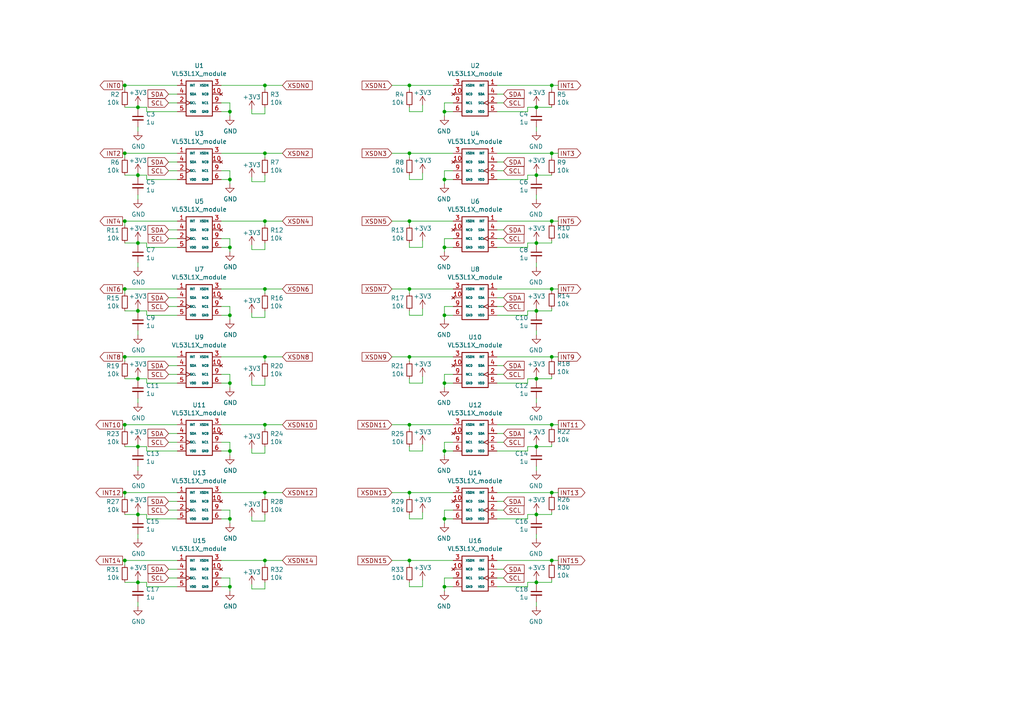
<source format=kicad_sch>
(kicad_sch (version 20211123) (generator eeschema)
  (paper "A4")
  (junction (at 36.195 44.45))
  (junction (at 118.745 162.56))
  (junction (at 40.005 168.91))
  (junction (at 66.675 91.44))
  (junction (at 40.005 31.115))
  (junction (at 66.675 130.81))
  (junction (at 118.745 24.765))
  (junction (at 66.675 111.125))
  (junction (at 36.195 162.56))
  (junction (at 160.02 123.19))
  (junction (at 128.905 32.385))
  (junction (at 40.005 90.17))
  (junction (at 66.675 32.385))
  (junction (at 160.02 64.135))
  (junction (at 76.835 142.875))
  (junction (at 128.905 71.755))
  (junction (at 36.195 123.19))
  (junction (at 155.575 70.485))
  (junction (at 128.905 170.18))
  (junction (at 128.905 150.495))
  (junction (at 118.745 64.135))
  (junction (at 118.745 123.19))
  (junction (at 128.905 111.125))
  (junction (at 66.675 71.755))
  (junction (at 36.195 24.765))
  (junction (at 76.835 103.505))
  (junction (at 66.675 52.07))
  (junction (at 160.02 142.875))
  (junction (at 76.835 123.19))
  (junction (at 76.835 44.45))
  (junction (at 155.575 90.17))
  (junction (at 118.745 103.505))
  (junction (at 118.745 44.45))
  (junction (at 118.745 142.875))
  (junction (at 155.575 168.91))
  (junction (at 155.575 149.225))
  (junction (at 160.02 24.765))
  (junction (at 160.02 103.505))
  (junction (at 160.02 162.56))
  (junction (at 160.02 83.82))
  (junction (at 36.195 103.505))
  (junction (at 118.745 83.82))
  (junction (at 40.005 149.225))
  (junction (at 128.905 91.44))
  (junction (at 128.905 52.07))
  (junction (at 40.005 50.8))
  (junction (at 36.195 83.82))
  (junction (at 36.195 64.135))
  (junction (at 155.575 129.54))
  (junction (at 40.005 70.485))
  (junction (at 155.575 50.8))
  (junction (at 36.195 142.875))
  (junction (at 155.575 31.115))
  (junction (at 66.675 150.495))
  (junction (at 40.005 129.54))
  (junction (at 76.835 24.765))
  (junction (at 155.575 109.855))
  (junction (at 160.02 44.45))
  (junction (at 76.835 64.135))
  (junction (at 128.905 130.81))
  (junction (at 66.675 170.18))
  (junction (at 76.835 162.56))
  (junction (at 76.835 83.82))
  (junction (at 40.005 109.855))
  (wire (pts (xy 51.435 88.9) (xy 48.895 88.9)))
  (wire (pts (xy 66.675 29.845) (xy 66.675 32.385)))
  (wire (pts (xy 118.745 130.81) (xy 122.555 130.81)))
  (wire (pts (xy 48.895 27.305) (xy 51.435 27.305)))
  (wire (pts (xy 131.445 88.9) (xy 128.905 88.9)))
  (wire (pts (xy 155.575 168.91) (xy 155.575 169.545)))
  (wire (pts (xy 118.745 90.17) (xy 118.745 91.44)))
  (wire (pts (xy 64.135 64.135) (xy 76.835 64.135)))
  (wire (pts (xy 40.005 50.8) (xy 42.545 50.8)))
  (wire (pts (xy 48.895 108.585) (xy 51.435 108.585)))
  (wire (pts (xy 48.895 46.99) (xy 51.435 46.99)))
  (wire (pts (xy 64.135 147.955) (xy 66.675 147.955)))
  (wire (pts (xy 76.835 44.45) (xy 81.915 44.45)))
  (wire (pts (xy 144.145 27.305) (xy 146.05 27.305)))
  (wire (pts (xy 40.005 90.17) (xy 40.005 90.805)))
  (wire (pts (xy 144.145 147.955) (xy 146.05 147.955)))
  (wire (pts (xy 122.555 71.755) (xy 122.555 69.85)))
  (wire (pts (xy 131.445 52.07) (xy 128.905 52.07)))
  (wire (pts (xy 128.905 167.64) (xy 128.905 170.18)))
  (wire (pts (xy 40.005 149.225) (xy 42.545 149.225)))
  (wire (pts (xy 131.445 29.845) (xy 128.905 29.845)))
  (wire (pts (xy 144.145 83.82) (xy 160.02 83.82)))
  (wire (pts (xy 64.135 128.27) (xy 66.675 128.27)))
  (wire (pts (xy 35.56 44.45) (xy 36.195 44.45)))
  (wire (pts (xy 66.675 52.07) (xy 66.675 53.34)))
  (wire (pts (xy 35.56 162.56) (xy 36.195 162.56)))
  (wire (pts (xy 131.445 170.18) (xy 128.905 170.18)))
  (wire (pts (xy 40.005 129.54) (xy 40.005 130.175)))
  (wire (pts (xy 128.905 128.27) (xy 128.905 130.81)))
  (wire (pts (xy 144.145 69.215) (xy 146.05 69.215)))
  (wire (pts (xy 160.02 24.765) (xy 161.925 24.765)))
  (wire (pts (xy 131.445 91.44) (xy 128.905 91.44)))
  (wire (pts (xy 153.035 91.44) (xy 144.145 91.44)))
  (wire (pts (xy 155.575 57.785) (xy 155.575 56.515)))
  (wire (pts (xy 64.135 52.07) (xy 66.675 52.07)))
  (wire (pts (xy 36.195 65.405) (xy 36.195 64.135)))
  (wire (pts (xy 76.835 26.035) (xy 76.835 24.765)))
  (wire (pts (xy 160.02 143.51) (xy 160.02 142.875)))
  (wire (pts (xy 118.745 71.755) (xy 122.555 71.755)))
  (wire (pts (xy 76.835 123.19) (xy 81.915 123.19)))
  (wire (pts (xy 155.575 109.855) (xy 153.035 109.855)))
  (wire (pts (xy 155.575 31.115) (xy 155.575 31.75)))
  (wire (pts (xy 155.575 129.54) (xy 153.035 129.54)))
  (wire (pts (xy 73.025 92.075) (xy 76.835 92.075)))
  (wire (pts (xy 36.195 83.82) (xy 35.56 83.82)))
  (wire (pts (xy 160.02 142.875) (xy 144.145 142.875)))
  (wire (pts (xy 131.445 83.82) (xy 118.745 83.82)))
  (wire (pts (xy 128.905 170.18) (xy 128.905 171.45)))
  (wire (pts (xy 146.05 145.415) (xy 144.145 145.415)))
  (wire (pts (xy 36.195 70.485) (xy 40.005 70.485)))
  (wire (pts (xy 118.745 103.505) (xy 113.665 103.505)))
  (wire (pts (xy 42.545 168.91) (xy 42.545 170.18)))
  (wire (pts (xy 73.025 90.805) (xy 73.025 92.075)))
  (wire (pts (xy 64.135 130.81) (xy 66.675 130.81)))
  (wire (pts (xy 36.195 142.875) (xy 51.435 142.875)))
  (wire (pts (xy 36.195 45.72) (xy 36.195 44.45)))
  (wire (pts (xy 42.545 90.17) (xy 42.545 91.44)))
  (wire (pts (xy 155.575 149.225) (xy 153.035 149.225)))
  (wire (pts (xy 48.895 49.53) (xy 51.435 49.53)))
  (wire (pts (xy 128.905 32.385) (xy 128.905 33.655)))
  (wire (pts (xy 160.02 64.135) (xy 144.145 64.135)))
  (wire (pts (xy 40.005 109.855) (xy 40.005 110.49)))
  (wire (pts (xy 42.545 170.18) (xy 51.435 170.18)))
  (wire (pts (xy 40.005 50.8) (xy 40.005 51.435)))
  (wire (pts (xy 66.675 130.81) (xy 66.675 132.08)))
  (wire (pts (xy 131.445 147.955) (xy 128.905 147.955)))
  (wire (pts (xy 155.575 175.895) (xy 155.575 174.625)))
  (wire (pts (xy 51.435 167.64) (xy 48.895 167.64)))
  (wire (pts (xy 40.005 50.165) (xy 40.005 50.8)))
  (wire (pts (xy 66.675 111.125) (xy 66.675 112.395)))
  (wire (pts (xy 155.575 69.85) (xy 155.575 70.485)))
  (wire (pts (xy 40.005 77.47) (xy 40.005 76.2)))
  (wire (pts (xy 153.035 50.8) (xy 153.035 52.07)))
  (wire (pts (xy 153.035 149.225) (xy 153.035 150.495)))
  (wire (pts (xy 153.035 90.17) (xy 153.035 91.44)))
  (wire (pts (xy 64.135 71.755) (xy 66.675 71.755)))
  (wire (pts (xy 51.435 83.82) (xy 36.195 83.82)))
  (wire (pts (xy 146.05 125.73) (xy 144.145 125.73)))
  (wire (pts (xy 64.135 69.215) (xy 66.675 69.215)))
  (wire (pts (xy 131.445 123.19) (xy 118.745 123.19)))
  (wire (pts (xy 160.02 103.505) (xy 144.145 103.505)))
  (wire (pts (xy 128.905 108.585) (xy 128.905 111.125)))
  (wire (pts (xy 146.05 165.1) (xy 144.145 165.1)))
  (wire (pts (xy 155.575 149.225) (xy 155.575 149.86)))
  (wire (pts (xy 118.745 91.44) (xy 122.555 91.44)))
  (wire (pts (xy 144.145 49.53) (xy 146.05 49.53)))
  (wire (pts (xy 36.195 144.145) (xy 36.195 142.875)))
  (wire (pts (xy 40.005 168.91) (xy 40.005 169.545)))
  (wire (pts (xy 76.835 162.56) (xy 76.835 163.83)))
  (wire (pts (xy 131.445 103.505) (xy 118.745 103.505)))
  (wire (pts (xy 73.025 110.49) (xy 73.025 111.76)))
  (wire (pts (xy 153.035 109.855) (xy 153.035 111.125)))
  (wire (pts (xy 155.575 116.84) (xy 155.575 115.57)))
  (wire (pts (xy 66.675 49.53) (xy 66.675 52.07)))
  (wire (pts (xy 131.445 130.81) (xy 128.905 130.81)))
  (wire (pts (xy 155.575 90.17) (xy 160.02 90.17)))
  (wire (pts (xy 144.145 123.19) (xy 160.02 123.19)))
  (wire (pts (xy 155.575 109.22) (xy 155.575 109.855)))
  (wire (pts (xy 155.575 90.17) (xy 153.035 90.17)))
  (wire (pts (xy 118.745 129.54) (xy 118.745 130.81)))
  (wire (pts (xy 128.905 147.955) (xy 128.905 150.495)))
  (wire (pts (xy 40.005 90.17) (xy 42.545 90.17)))
  (wire (pts (xy 118.745 149.225) (xy 118.745 150.495)))
  (wire (pts (xy 36.195 103.505) (xy 51.435 103.505)))
  (wire (pts (xy 66.675 170.18) (xy 66.675 171.45)))
  (wire (pts (xy 155.575 97.155) (xy 155.575 95.885)))
  (wire (pts (xy 42.545 50.8) (xy 42.545 52.07)))
  (wire (pts (xy 42.545 52.07) (xy 51.435 52.07)))
  (wire (pts (xy 73.025 169.545) (xy 73.025 170.815)))
  (wire (pts (xy 51.435 106.045) (xy 48.895 106.045)))
  (wire (pts (xy 155.575 109.855) (xy 160.02 109.855)))
  (wire (pts (xy 73.025 111.76) (xy 76.835 111.76)))
  (wire (pts (xy 42.545 71.755) (xy 51.435 71.755)))
  (wire (pts (xy 118.745 142.875) (xy 113.665 142.875)))
  (wire (pts (xy 155.575 168.275) (xy 155.575 168.91)))
  (wire (pts (xy 128.905 88.9) (xy 128.905 91.44)))
  (wire (pts (xy 128.905 71.755) (xy 128.905 73.025)))
  (wire (pts (xy 42.545 31.115) (xy 42.545 32.385)))
  (wire (pts (xy 128.905 91.44) (xy 128.905 92.71)))
  (wire (pts (xy 40.005 129.54) (xy 42.545 129.54)))
  (wire (pts (xy 155.575 50.8) (xy 155.575 51.435)))
  (wire (pts (xy 131.445 49.53) (xy 128.905 49.53)))
  (wire (pts (xy 35.56 123.19) (xy 36.195 123.19)))
  (wire (pts (xy 73.025 170.815) (xy 76.835 170.815)))
  (wire (pts (xy 161.925 103.505) (xy 160.02 103.505)))
  (wire (pts (xy 128.905 130.81) (xy 128.905 132.08)))
  (wire (pts (xy 73.025 130.175) (xy 73.025 131.445)))
  (wire (pts (xy 73.025 51.435) (xy 73.025 52.705)))
  (wire (pts (xy 118.745 83.82) (xy 118.745 85.09)))
  (wire (pts (xy 113.665 24.765) (xy 118.745 24.765)))
  (wire (pts (xy 160.02 123.19) (xy 161.925 123.19)))
  (wire (pts (xy 160.02 109.855) (xy 160.02 109.22)))
  (wire (pts (xy 144.145 128.27) (xy 146.05 128.27)))
  (wire (pts (xy 40.005 38.1) (xy 40.005 36.83)))
  (wire (pts (xy 36.195 168.91) (xy 40.005 168.91)))
  (wire (pts (xy 155.575 50.8) (xy 153.035 50.8)))
  (wire (pts (xy 155.575 109.855) (xy 155.575 110.49)))
  (wire (pts (xy 76.835 151.13) (xy 76.835 149.225)))
  (wire (pts (xy 144.145 24.765) (xy 160.02 24.765)))
  (wire (pts (xy 36.195 162.56) (xy 51.435 162.56)))
  (wire (pts (xy 122.555 111.125) (xy 122.555 109.22)))
  (wire (pts (xy 64.135 24.765) (xy 76.835 24.765)))
  (wire (pts (xy 76.835 142.875) (xy 76.835 144.145)))
  (wire (pts (xy 73.025 131.445) (xy 76.835 131.445)))
  (wire (pts (xy 118.745 83.82) (xy 113.665 83.82)))
  (wire (pts (xy 118.745 162.56) (xy 118.745 163.83)))
  (wire (pts (xy 40.005 116.84) (xy 40.005 115.57)))
  (wire (pts (xy 40.005 148.59) (xy 40.005 149.225)))
  (wire (pts (xy 42.545 129.54) (xy 42.545 130.81)))
  (wire (pts (xy 153.035 150.495) (xy 144.145 150.495)))
  (wire (pts (xy 128.905 69.215) (xy 128.905 71.755)))
  (wire (pts (xy 76.835 170.815) (xy 76.835 168.91)))
  (wire (pts (xy 48.895 128.27) (xy 51.435 128.27)))
  (wire (pts (xy 155.575 50.165) (xy 155.575 50.8)))
  (wire (pts (xy 42.545 149.225) (xy 42.545 150.495)))
  (wire (pts (xy 155.575 168.91) (xy 153.035 168.91)))
  (wire (pts (xy 40.005 168.275) (xy 40.005 168.91)))
  (wire (pts (xy 155.575 90.17) (xy 155.575 90.805)))
  (wire (pts (xy 118.745 32.385) (xy 122.555 32.385)))
  (wire (pts (xy 153.035 71.755) (xy 144.145 71.755)))
  (wire (pts (xy 131.445 44.45) (xy 118.745 44.45)))
  (wire (pts (xy 146.05 86.36) (xy 144.145 86.36)))
  (wire (pts (xy 155.575 168.91) (xy 160.02 168.91)))
  (wire (pts (xy 155.575 38.1) (xy 155.575 36.83)))
  (wire (pts (xy 76.835 111.76) (xy 76.835 109.855)))
  (wire (pts (xy 40.005 168.91) (xy 42.545 168.91)))
  (wire (pts (xy 66.675 150.495) (xy 66.675 151.765)))
  (wire (pts (xy 146.05 46.99) (xy 144.145 46.99)))
  (wire (pts (xy 40.005 97.155) (xy 40.005 95.885)))
  (wire (pts (xy 160.02 163.195) (xy 160.02 162.56)))
  (wire (pts (xy 131.445 69.215) (xy 128.905 69.215)))
  (wire (pts (xy 76.835 33.02) (xy 76.835 31.115)))
  (wire (pts (xy 128.905 111.125) (xy 128.905 112.395)))
  (wire (pts (xy 118.745 64.135) (xy 131.445 64.135)))
  (wire (pts (xy 128.905 49.53) (xy 128.905 52.07)))
  (wire (pts (xy 40.005 31.115) (xy 40.005 31.75)))
  (wire (pts (xy 36.195 123.19) (xy 51.435 123.19)))
  (wire (pts (xy 40.005 149.225) (xy 40.005 149.86)))
  (wire (pts (xy 51.435 147.955) (xy 48.895 147.955)))
  (wire (pts (xy 155.575 89.535) (xy 155.575 90.17)))
  (wire (pts (xy 155.575 129.54) (xy 155.575 130.175)))
  (wire (pts (xy 73.025 52.705) (xy 76.835 52.705)))
  (wire (pts (xy 153.035 168.91) (xy 153.035 170.18)))
  (wire (pts (xy 118.745 52.07) (xy 122.555 52.07)))
  (wire (pts (xy 122.555 150.495) (xy 122.555 148.59)))
  (wire (pts (xy 36.195 85.09) (xy 36.195 83.82)))
  (wire (pts (xy 42.545 111.125) (xy 51.435 111.125)))
  (wire (pts (xy 155.575 156.21) (xy 155.575 154.94)))
  (wire (pts (xy 66.675 88.9) (xy 66.675 91.44)))
  (wire (pts (xy 36.195 109.855) (xy 40.005 109.855)))
  (wire (pts (xy 66.675 128.27) (xy 66.675 130.81)))
  (wire (pts (xy 35.56 142.875) (xy 36.195 142.875)))
  (wire (pts (xy 73.025 31.75) (xy 73.025 33.02)))
  (wire (pts (xy 36.195 24.765) (xy 51.435 24.765)))
  (wire (pts (xy 118.745 44.45) (xy 113.665 44.45)))
  (wire (pts (xy 153.035 32.385) (xy 144.145 32.385)))
  (wire (pts (xy 36.195 129.54) (xy 40.005 129.54)))
  (wire (pts (xy 153.035 52.07) (xy 144.145 52.07)))
  (wire (pts (xy 155.575 70.485) (xy 153.035 70.485)))
  (wire (pts (xy 40.005 70.485) (xy 42.545 70.485)))
  (wire (pts (xy 146.05 29.845) (xy 144.145 29.845)))
  (wire (pts (xy 131.445 142.875) (xy 118.745 142.875)))
  (wire (pts (xy 153.035 129.54) (xy 153.035 130.81)))
  (wire (pts (xy 160.02 123.825) (xy 160.02 123.19)))
  (wire (pts (xy 36.195 64.135) (xy 51.435 64.135)))
  (wire (pts (xy 76.835 64.135) (xy 81.915 64.135)))
  (wire (pts (xy 36.195 90.17) (xy 40.005 90.17)))
  (wire (pts (xy 66.675 108.585) (xy 66.675 111.125)))
  (wire (pts (xy 160.02 26.035) (xy 160.02 24.765)))
  (wire (pts (xy 64.135 170.18) (xy 66.675 170.18)))
  (wire (pts (xy 42.545 130.81) (xy 51.435 130.81)))
  (wire (pts (xy 76.835 64.135) (xy 76.835 65.405)))
  (wire (pts (xy 51.435 29.845) (xy 48.895 29.845)))
  (wire (pts (xy 118.745 64.135) (xy 113.665 64.135)))
  (wire (pts (xy 36.195 124.46) (xy 36.195 123.19)))
  (wire (pts (xy 122.555 170.18) (xy 122.555 168.275)))
  (wire (pts (xy 118.745 170.18) (xy 122.555 170.18)))
  (wire (pts (xy 118.745 162.56) (xy 113.665 162.56)))
  (wire (pts (xy 131.445 162.56) (xy 118.745 162.56)))
  (wire (pts (xy 160.02 70.485) (xy 160.02 69.85)))
  (wire (pts (xy 66.675 147.955) (xy 66.675 150.495)))
  (wire (pts (xy 155.575 30.48) (xy 155.575 31.115)))
  (wire (pts (xy 64.135 44.45) (xy 76.835 44.45)))
  (wire (pts (xy 64.135 142.875) (xy 76.835 142.875)))
  (wire (pts (xy 160.02 129.54) (xy 160.02 128.905)))
  (wire (pts (xy 76.835 72.39) (xy 76.835 70.485)))
  (wire (pts (xy 153.035 130.81) (xy 144.145 130.81)))
  (wire (pts (xy 155.575 148.59) (xy 155.575 149.225)))
  (wire (pts (xy 40.005 30.48) (xy 40.005 31.115)))
  (wire (pts (xy 155.575 129.54) (xy 160.02 129.54)))
  (wire (pts (xy 35.56 24.765) (xy 36.195 24.765)))
  (wire (pts (xy 42.545 70.485) (xy 42.545 71.755)))
  (wire (pts (xy 40.005 109.22) (xy 40.005 109.855)))
  (wire (pts (xy 40.005 128.905) (xy 40.005 129.54)))
  (wire (pts (xy 160.02 104.14) (xy 160.02 103.505)))
  (wire (pts (xy 118.745 111.125) (xy 122.555 111.125)))
  (wire (pts (xy 153.035 31.115) (xy 153.035 32.385)))
  (wire (pts (xy 36.195 31.115) (xy 40.005 31.115)))
  (wire (pts (xy 66.675 167.64) (xy 66.675 170.18)))
  (wire (pts (xy 64.135 49.53) (xy 66.675 49.53)))
  (wire (pts (xy 160.02 44.45) (xy 161.925 44.45)))
  (wire (pts (xy 153.035 111.125) (xy 144.145 111.125)))
  (wire (pts (xy 48.895 145.415) (xy 51.435 145.415)))
  (wire (pts (xy 153.035 170.18) (xy 144.145 170.18)))
  (wire (pts (xy 155.575 70.485) (xy 160.02 70.485)))
  (wire (pts (xy 40.005 31.115) (xy 42.545 31.115)))
  (wire (pts (xy 146.05 88.9) (xy 144.145 88.9)))
  (wire (pts (xy 48.895 165.1) (xy 51.435 165.1)))
  (wire (pts (xy 131.445 32.385) (xy 128.905 32.385)))
  (wire (pts (xy 118.745 150.495) (xy 122.555 150.495)))
  (wire (pts (xy 40.005 156.21) (xy 40.005 154.94)))
  (wire (pts (xy 64.135 29.845) (xy 66.675 29.845)))
  (wire (pts (xy 66.675 69.215) (xy 66.675 71.755)))
  (wire (pts (xy 122.555 91.44) (xy 122.555 89.535)))
  (wire (pts (xy 35.56 64.135) (xy 36.195 64.135)))
  (wire (pts (xy 40.005 69.85) (xy 40.005 70.485)))
  (wire (pts (xy 128.905 52.07) (xy 128.905 53.34)))
  (wire (pts (xy 51.435 69.215) (xy 48.895 69.215)))
  (wire (pts (xy 40.005 89.535) (xy 40.005 90.17)))
  (wire (pts (xy 73.025 72.39) (xy 76.835 72.39)))
  (wire (pts (xy 48.895 66.675) (xy 51.435 66.675)))
  (wire (pts (xy 144.145 44.45) (xy 160.02 44.45)))
  (wire (pts (xy 131.445 71.755) (xy 128.905 71.755)))
  (wire (pts (xy 76.835 52.705) (xy 76.835 50.8)))
  (wire (pts (xy 36.195 104.775) (xy 36.195 103.505)))
  (wire (pts (xy 155.575 70.485) (xy 155.575 71.12)))
  (wire (pts (xy 64.135 88.9) (xy 66.675 88.9)))
  (wire (pts (xy 122.555 130.81) (xy 122.555 128.905)))
  (wire (pts (xy 160.02 162.56) (xy 161.925 162.56)))
  (wire (pts (xy 131.445 108.585) (xy 128.905 108.585)))
  (wire (pts (xy 40.005 70.485) (xy 40.005 71.12)))
  (wire (pts (xy 64.135 83.82) (xy 76.835 83.82)))
  (wire (pts (xy 40.005 57.785) (xy 40.005 56.515)))
  (wire (pts (xy 36.195 44.45) (xy 51.435 44.45)))
  (wire (pts (xy 128.905 29.845) (xy 128.905 32.385)))
  (wire (pts (xy 122.555 32.385) (xy 122.555 30.48)))
  (wire (pts (xy 160.02 84.455) (xy 160.02 83.82)))
  (wire (pts (xy 66.675 71.755) (xy 66.675 73.025)))
  (wire (pts (xy 131.445 150.495) (xy 128.905 150.495)))
  (wire (pts (xy 128.905 150.495) (xy 128.905 151.765)))
  (wire (pts (xy 118.745 70.485) (xy 118.745 71.755)))
  (wire (pts (xy 51.435 125.73) (xy 48.895 125.73)))
  (wire (pts (xy 131.445 24.765) (xy 118.745 24.765)))
  (wire (pts (xy 76.835 162.56) (xy 81.915 162.56)))
  (wire (pts (xy 155.575 128.905) (xy 155.575 129.54)))
  (wire (pts (xy 118.745 168.91) (xy 118.745 170.18)))
  (wire (pts (xy 64.135 150.495) (xy 66.675 150.495)))
  (wire (pts (xy 155.575 77.47) (xy 155.575 76.2)))
  (wire (pts (xy 118.745 103.505) (xy 118.745 104.775)))
  (wire (pts (xy 36.195 50.8) (xy 40.005 50.8)))
  (wire (pts (xy 73.025 33.02) (xy 76.835 33.02)))
  (wire (pts (xy 76.835 92.075) (xy 76.835 90.17)))
  (wire (pts (xy 64.135 108.585) (xy 66.675 108.585)))
  (wire (pts (xy 48.895 86.36) (xy 51.435 86.36)))
  (wire (pts (xy 76.835 83.82) (xy 81.915 83.82)))
  (wire (pts (xy 76.835 142.875) (xy 81.915 142.875)))
  (wire (pts (xy 66.675 32.385) (xy 66.675 33.655)))
  (wire (pts (xy 76.835 103.505) (xy 76.835 104.775)))
  (wire (pts (xy 118.745 65.405) (xy 118.745 64.135)))
  (wire (pts (xy 64.135 103.505) (xy 76.835 103.505)))
  (wire (pts (xy 144.145 162.56) (xy 160.02 162.56)))
  (wire (pts (xy 64.135 123.19) (xy 76.835 123.19)))
  (wire (pts (xy 160.02 45.72) (xy 160.02 44.45)))
  (wire (pts (xy 76.835 103.505) (xy 81.915 103.505)))
  (wire (pts (xy 122.555 52.07) (xy 122.555 50.165)))
  (wire (pts (xy 131.445 111.125) (xy 128.905 111.125)))
  (wire (pts (xy 76.835 123.19) (xy 76.835 124.46)))
  (wire (pts (xy 118.745 123.19) (xy 118.745 124.46)))
  (wire (pts (xy 64.135 167.64) (xy 66.675 167.64)))
  (wire (pts (xy 40.005 109.855) (xy 42.545 109.855)))
  (wire (pts (xy 161.925 64.135) (xy 160.02 64.135)))
  (wire (pts (xy 64.135 91.44) (xy 66.675 91.44)))
  (wire (pts (xy 42.545 32.385) (xy 51.435 32.385)))
  (wire (pts (xy 64.135 32.385) (xy 66.675 32.385)))
  (wire (pts (xy 160.02 83.82) (xy 161.925 83.82)))
  (wire (pts (xy 131.445 128.27) (xy 128.905 128.27)))
  (wire (pts (xy 118.745 44.45) (xy 118.745 45.72)))
  (wire (pts (xy 118.745 123.19) (xy 113.665 123.19)))
  (wire (pts (xy 160.02 64.77) (xy 160.02 64.135)))
  (wire (pts (xy 73.025 151.13) (xy 76.835 151.13)))
  (wire (pts (xy 160.02 31.115) (xy 155.575 31.115)))
  (wire (pts (xy 66.675 91.44) (xy 66.675 92.71)))
  (wire (pts (xy 36.195 26.035) (xy 36.195 24.765)))
  (wire (pts (xy 35.56 103.505) (xy 36.195 103.505)))
  (wire (pts (xy 160.02 168.91) (xy 160.02 168.275)))
  (wire (pts (xy 153.035 70.485) (xy 153.035 71.755)))
  (wire (pts (xy 161.925 142.875) (xy 160.02 142.875)))
  (wire (pts (xy 144.145 167.64) (xy 146.05 167.64)))
  (wire (pts (xy 155.575 149.225) (xy 160.02 149.225)))
  (wire (pts (xy 146.05 66.675) (xy 144.145 66.675)))
  (wire (pts (xy 160.02 50.8) (xy 155.575 50.8)))
  (wire (pts (xy 160.02 90.17) (xy 160.02 89.535)))
  (wire (pts (xy 131.445 167.64) (xy 128.905 167.64)))
  (wire (pts (xy 146.05 106.045) (xy 144.145 106.045)))
  (wire (pts (xy 118.745 50.8) (xy 118.745 52.07)))
  (wire (pts (xy 118.745 31.115) (xy 118.745 32.385)))
  (wire (pts (xy 73.025 71.12) (xy 73.025 72.39)))
  (wire (pts (xy 36.195 163.83) (xy 36.195 162.56)))
  (wire (pts (xy 36.195 149.225) (xy 40.005 149.225)))
  (wire (pts (xy 73.025 149.86) (xy 73.025 151.13)))
  (wire (pts (xy 40.005 136.525) (xy 40.005 135.255)))
  (wire (pts (xy 76.835 131.445) (xy 76.835 129.54)))
  (wire (pts (xy 76.835 24.765) (xy 81.915 24.765)))
  (wire (pts (xy 64.135 111.125) (xy 66.675 111.125)))
  (wire (pts (xy 144.145 108.585) (xy 146.05 108.585)))
  (wire (pts (xy 64.135 162.56) (xy 76.835 162.56)))
  (wire (pts (xy 118.745 142.875) (xy 118.745 144.145)))
  (wire (pts (xy 118.745 24.765) (xy 118.745 26.035)))
  (wire (pts (xy 42.545 150.495) (xy 51.435 150.495)))
  (wire (pts (xy 42.545 91.44) (xy 51.435 91.44)))
  (wire (pts (xy 42.545 109.855) (xy 42.545 111.125)))
  (wire (pts (xy 155.575 136.525) (xy 155.575 135.255)))
  (wire (pts (xy 160.02 149.225) (xy 160.02 148.59)))
  (wire (pts (xy 155.575 31.115) (xy 153.035 31.115)))
  (wire (pts (xy 118.745 109.855) (xy 118.745 111.125)))
  (wire (pts (xy 76.835 83.82) (xy 76.835 85.09)))
  (wire (pts (xy 40.005 175.895) (xy 40.005 174.625)))
  (wire (pts (xy 76.835 45.72) (xy 76.835 44.45)))
  (global_label "INT3" (shape output) (at 161.925 44.45 0) (property "Intersheet References" "${INTERSHEET_REFS}" (effects hide)))
  (global_label "SCL" (shape input) (at 48.895 29.845 180) (property "Intersheet References" "${INTERSHEET_REFS}" (effects hide)))
  (global_label "SCL" (shape input) (at 146.05 167.64 0) (property "Intersheet References" "${INTERSHEET_REFS}" (effects hide)))
  (global_label "XSDN10" (shape input) (at 81.915 123.19 0) (property "Intersheet References" "${INTERSHEET_REFS}" (effects hide)))
  (global_label "XSDN0" (shape input) (at 81.915 24.765 0) (property "Intersheet References" "${INTERSHEET_REFS}" (effects hide)))
  (global_label "SDA" (shape input) (at 146.05 27.305 0) (property "Intersheet References" "${INTERSHEET_REFS}" (effects hide)))
  (global_label "SCL" (shape input) (at 146.05 128.27 0) (property "Intersheet References" "${INTERSHEET_REFS}" (effects hide)))
  (global_label "SDA" (shape input) (at 146.05 106.045 0) (property "Intersheet References" "${INTERSHEET_REFS}" (effects hide)))
  (global_label "SCL" (shape input) (at 146.05 88.9 0) (property "Intersheet References" "${INTERSHEET_REFS}" (effects hide)))
  (global_label "INT14" (shape output) (at 35.56 162.56 180) (property "Intersheet References" "${INTERSHEET_REFS}" (effects hide)))
  (global_label "XSDN9" (shape input) (at 113.665 103.505 180) (property "Intersheet References" "${INTERSHEET_REFS}" (effects hide)))
  (global_label "XSDN3" (shape input) (at 113.665 44.45 180) (property "Intersheet References" "${INTERSHEET_REFS}" (effects hide)))
  (global_label "SDA" (shape input) (at 146.05 86.36 0) (property "Intersheet References" "${INTERSHEET_REFS}" (effects hide)))
  (global_label "SDA" (shape input) (at 48.895 145.415 180) (property "Intersheet References" "${INTERSHEET_REFS}" (effects hide)))
  (global_label "INT15" (shape output) (at 161.925 162.56 0) (property "Intersheet References" "${INTERSHEET_REFS}" (effects hide)))
  (global_label "XSDN11" (shape input) (at 113.665 123.19 180) (property "Intersheet References" "${INTERSHEET_REFS}" (effects hide)))
  (global_label "SCL" (shape input) (at 146.05 29.845 0) (property "Intersheet References" "${INTERSHEET_REFS}" (effects hide)))
  (global_label "SDA" (shape input) (at 48.895 106.045 180) (property "Intersheet References" "${INTERSHEET_REFS}" (effects hide)))
  (global_label "XSDN14" (shape input) (at 81.915 162.56 0) (property "Intersheet References" "${INTERSHEET_REFS}" (effects hide)))
  (global_label "INT9" (shape output) (at 161.925 103.505 0) (property "Intersheet References" "${INTERSHEET_REFS}" (effects hide)))
  (global_label "INT10" (shape output) (at 35.56 123.19 180) (property "Intersheet References" "${INTERSHEET_REFS}" (effects hide)))
  (global_label "SCL" (shape input) (at 48.895 147.955 180) (property "Intersheet References" "${INTERSHEET_REFS}" (effects hide)))
  (global_label "XSDN1" (shape input) (at 113.665 24.765 180) (property "Intersheet References" "${INTERSHEET_REFS}" (effects hide)))
  (global_label "SDA" (shape input) (at 48.895 165.1 180) (property "Intersheet References" "${INTERSHEET_REFS}" (effects hide)))
  (global_label "SCL" (shape input) (at 146.05 147.955 0) (property "Intersheet References" "${INTERSHEET_REFS}" (effects hide)))
  (global_label "INT5" (shape output) (at 161.925 64.135 0) (property "Intersheet References" "${INTERSHEET_REFS}" (effects hide)))
  (global_label "SDA" (shape input) (at 48.895 27.305 180) (property "Intersheet References" "${INTERSHEET_REFS}" (effects hide)))
  (global_label "INT8" (shape output) (at 35.56 103.505 180) (property "Intersheet References" "${INTERSHEET_REFS}" (effects hide)))
  (global_label "XSDN5" (shape input) (at 113.665 64.135 180) (property "Intersheet References" "${INTERSHEET_REFS}" (effects hide)))
  (global_label "INT6" (shape output) (at 35.56 83.82 180) (property "Intersheet References" "${INTERSHEET_REFS}" (effects hide)))
  (global_label "XSDN12" (shape input) (at 81.915 142.875 0) (property "Intersheet References" "${INTERSHEET_REFS}" (effects hide)))
  (global_label "SCL" (shape input) (at 48.895 167.64 180) (property "Intersheet References" "${INTERSHEET_REFS}" (effects hide)))
  (global_label "INT1" (shape output) (at 161.925 24.765 0) (property "Intersheet References" "${INTERSHEET_REFS}" (effects hide)))
  (global_label "SDA" (shape input) (at 146.05 165.1 0) (property "Intersheet References" "${INTERSHEET_REFS}" (effects hide)))
  (global_label "SCL" (shape input) (at 48.895 108.585 180) (property "Intersheet References" "${INTERSHEET_REFS}" (effects hide)))
  (global_label "INT0" (shape output) (at 35.56 24.765 180) (property "Intersheet References" "${INTERSHEET_REFS}" (effects hide)))
  (global_label "SDA" (shape input) (at 48.895 86.36 180) (property "Intersheet References" "${INTERSHEET_REFS}" (effects hide)))
  (global_label "XSDN4" (shape input) (at 81.915 64.135 0) (property "Intersheet References" "${INTERSHEET_REFS}" (effects hide)))
  (global_label "XSDN13" (shape input) (at 113.665 142.875 180) (property "Intersheet References" "${INTERSHEET_REFS}" (effects hide)))
  (global_label "SCL" (shape input) (at 146.05 49.53 0) (property "Intersheet References" "${INTERSHEET_REFS}" (effects hide)))
  (global_label "SDA" (shape input) (at 146.05 66.675 0) (property "Intersheet References" "${INTERSHEET_REFS}" (effects hide)))
  (global_label "SDA" (shape input) (at 146.05 46.99 0) (property "Intersheet References" "${INTERSHEET_REFS}" (effects hide)))
  (global_label "XSDN2" (shape input) (at 81.915 44.45 0) (property "Intersheet References" "${INTERSHEET_REFS}" (effects hide)))
  (global_label "INT2" (shape output) (at 35.56 44.45 180) (property "Intersheet References" "${INTERSHEET_REFS}" (effects hide)))
  (global_label "SDA" (shape input) (at 48.895 66.675 180) (property "Intersheet References" "${INTERSHEET_REFS}" (effects hide)))
  (global_label "SCL" (shape input) (at 146.05 108.585 0) (property "Intersheet References" "${INTERSHEET_REFS}" (effects hide)))
  (global_label "XSDN7" (shape input) (at 113.665 83.82 180) (property "Intersheet References" "${INTERSHEET_REFS}" (effects hide)))
  (global_label "SDA" (shape input) (at 48.895 46.99 180) (property "Intersheet References" "${INTERSHEET_REFS}" (effects hide)))
  (global_label "INT11" (shape output) (at 161.925 123.19 0) (property "Intersheet References" "${INTERSHEET_REFS}" (effects hide)))
  (global_label "SDA" (shape input) (at 48.895 125.73 180) (property "Intersheet References" "${INTERSHEET_REFS}" (effects hide)))
  (global_label "SCL" (shape input) (at 48.895 49.53 180) (property "Intersheet References" "${INTERSHEET_REFS}" (effects hide)))
  (global_label "INT7" (shape output) (at 161.925 83.82 0) (property "Intersheet References" "${INTERSHEET_REFS}" (effects hide)))
  (global_label "SCL" (shape input) (at 48.895 69.215 180) (property "Intersheet References" "${INTERSHEET_REFS}" (effects hide)))
  (global_label "XSDN8" (shape input) (at 81.915 103.505 0) (property "Intersheet References" "${INTERSHEET_REFS}" (effects hide)))
  (global_label "XSDN6" (shape input) (at 81.915 83.82 0) (property "Intersheet References" "${INTERSHEET_REFS}" (effects hide)))
  (global_label "SCL" (shape input) (at 146.05 69.215 0) (property "Intersheet References" "${INTERSHEET_REFS}" (effects hide)))
  (global_label "SCL" (shape input) (at 48.895 128.27 180) (property "Intersheet References" "${INTERSHEET_REFS}" (effects hide)))
  (global_label "INT13" (shape output) (at 161.925 142.875 0) (property "Intersheet References" "${INTERSHEET_REFS}" (effects hide)))
  (global_label "XSDN15" (shape input) (at 113.665 162.56 180) (property "Intersheet References" "${INTERSHEET_REFS}" (effects hide)))
  (global_label "SCL" (shape input) (at 48.895 88.9 180) (property "Intersheet References" "${INTERSHEET_REFS}" (effects hide)))
  (global_label "INT4" (shape output) (at 35.56 64.135 180) (property "Intersheet References" "${INTERSHEET_REFS}" (effects hide)))
  (global_label "INT12" (shape output) (at 35.56 142.875 180) (property "Intersheet References" "${INTERSHEET_REFS}" (effects hide)))
  (global_label "SDA" (shape input) (at 146.05 145.415 0) (property "Intersheet References" "${INTERSHEET_REFS}" (effects hide)))
  (global_label "SDA" (shape input) (at 146.05 125.73 0) (property "Intersheet References" "${INTERSHEET_REFS}" (effects hide)))
  (symbol (lib_id "power:GND") (at 40.005 97.155 0) (unit 1)
    (property "Reference" "#PWR033" (effects hide))
    (property "Value" "GND" (at 40.132 101.5492 0))
  )
  (symbol (lib_id "Device:C_Small") (at 155.575 152.4 0) (mirror y) (unit 1)
    (property "Reference" "C16" (at 153.2382 151.2316 0) (effects (justify left)))
    (property "Value" "1u" (at 153.2382 153.543 0) (effects (justify left)))
    (property "Footprint" "Capacitor_SMD:C_0805_2012Metric_Pad1.18x1.45mm_HandSolder" (effects hide))
  )
  (symbol (lib_id "Device:R_Small") (at 160.02 126.365 0) (unit 1)
    (property "Reference" "R22" (at 161.5186 125.1966 0) (effects (justify left)))
    (property "Value" "10k" (at 161.5186 127.508 0) (effects (justify left)))
    (property "Footprint" "Resistor_SMD:R_0805_2012Metric_Pad1.20x1.40mm_HandSolder" (effects hide))
  )
  (symbol (lib_id "Device:R_Small") (at 118.745 48.26 0) (mirror y) (unit 1)
    (property "Reference" "R8" (at 117.2464 47.0916 0) (effects (justify left)))
    (property "Value" "10k" (at 117.2464 49.403 0) (effects (justify left)))
    (property "Footprint" "Resistor_SMD:R_0805_2012Metric_Pad1.20x1.40mm_HandSolder" (effects hide))
  )
  (symbol (lib_id "Device:R_Small") (at 160.02 86.995 0) (unit 1)
    (property "Reference" "R14" (at 161.5186 85.8266 0) (effects (justify left)))
    (property "Value" "10k" (at 161.5186 88.138 0) (effects (justify left)))
    (property "Footprint" "Resistor_SMD:R_0805_2012Metric_Pad1.20x1.40mm_HandSolder" (effects hide))
  )
  (symbol (lib_id "power:+3.3V") (at 73.025 51.435 0) (unit 1)
    (property "Reference" "#PWR014" (effects hide))
    (property "Value" "+3.3V" (at 73.025 47.8305 0))
  )
  (symbol (lib_id "Device:R_Small") (at 118.745 107.315 0) (mirror y) (unit 1)
    (property "Reference" "R21" (at 117.2464 106.1466 0) (effects (justify left)))
    (property "Value" "10k" (at 117.2464 108.458 0) (effects (justify left)))
    (property "Footprint" "Resistor_SMD:R_0805_2012Metric_Pad1.20x1.40mm_HandSolder" (effects hide))
  )
  (symbol (lib_id "power:+3.3V") (at 155.575 128.905 0) (unit 1)
    (property "Reference" "#PWR045" (effects hide))
    (property "Value" "+3.3V" (at 155.575 125.3005 0))
  )
  (symbol (lib_id "power:GND") (at 128.905 33.655 0) (mirror y) (unit 1)
    (property "Reference" "#PWR08" (effects hide))
    (property "Value" "GND" (at 128.778 38.0492 0))
  )
  (symbol (lib_id "power:GND") (at 128.905 92.71 0) (mirror y) (unit 1)
    (property "Reference" "#PWR032" (effects hide))
    (property "Value" "GND" (at 128.778 97.1042 0))
  )
  (symbol (lib_id "power:+3.3V") (at 122.555 69.85 0) (unit 1)
    (property "Reference" "#PWR020" (effects hide))
    (property "Value" "+3.3V" (at 122.555 66.2455 0))
  )
  (symbol (lib_id "Device:C_Small") (at 40.005 34.29 0) (unit 1)
    (property "Reference" "C3" (at 42.3418 33.1216 0) (effects (justify left)))
    (property "Value" "1u" (at 42.3418 35.433 0) (effects (justify left)))
    (property "Footprint" "Capacitor_SMD:C_0805_2012Metric_Pad1.18x1.45mm_HandSolder" (effects hide))
  )
  (symbol (lib_id "power:GND") (at 40.005 175.895 0) (unit 1)
    (property "Reference" "#PWR065" (effects hide))
    (property "Value" "GND" (at 40.132 180.2892 0))
  )
  (symbol (lib_id "power:GND") (at 40.005 77.47 0) (unit 1)
    (property "Reference" "#PWR025" (effects hide))
    (property "Value" "GND" (at 40.132 81.8642 0))
  )
  (symbol (lib_id "Device:R_Small") (at 36.195 146.685 0) (mirror y) (unit 1)
    (property "Reference" "R27" (at 34.6964 145.5166 0) (effects (justify left)))
    (property "Value" "10k" (at 34.6964 147.828 0) (effects (justify left)))
    (property "Footprint" "Resistor_SMD:R_0805_2012Metric_Pad1.20x1.40mm_HandSolder" (effects hide))
  )
  (symbol (lib_id "power:+3.3V") (at 40.005 128.905 0) (unit 1)
    (property "Reference" "#PWR043" (effects hide))
    (property "Value" "+3.3V" (at 40.005 125.3005 0))
  )
  (symbol (lib_id "power:GND") (at 128.905 171.45 0) (mirror y) (unit 1)
    (property "Reference" "#PWR064" (effects hide))
    (property "Value" "GND" (at 128.778 175.8442 0))
  )
  (symbol (lib_id "Deimos:VL53L1X_module") (at 137.795 67.945 0) (mirror y) (unit 1)
    (property "Reference" "U6" (at 137.795 58.42 0))
    (property "Value" "VL53L1X_module" (at 137.795 60.7314 0))
    (property "Footprint" "Connector_PinHeader_2.54mm:PinHeader_2x05_P2.54mm_Vertical" (effects hide))
  )
  (symbol (lib_id "power:+3.3V") (at 73.025 169.545 0) (unit 1)
    (property "Reference" "#PWR062" (effects hide))
    (property "Value" "+3.3V" (at 73.025 165.9405 0))
  )
  (symbol (lib_id "Device:R_Small") (at 76.835 146.685 0) (unit 1)
    (property "Reference" "R28" (at 78.3336 145.5166 0) (effects (justify left)))
    (property "Value" "10k" (at 78.3336 147.828 0) (effects (justify left)))
    (property "Footprint" "Resistor_SMD:R_0805_2012Metric_Pad1.20x1.40mm_HandSolder" (effects hide))
  )
  (symbol (lib_id "power:GND") (at 40.005 116.84 0) (unit 1)
    (property "Reference" "#PWR041" (effects hide))
    (property "Value" "GND" (at 40.132 121.2342 0))
  )
  (symbol (lib_id "power:+3.3V") (at 155.575 148.59 0) (unit 1)
    (property "Reference" "#PWR053" (effects hide))
    (property "Value" "+3.3V" (at 155.575 144.9855 0))
  )
  (symbol (lib_id "Device:C_Small") (at 155.575 93.345 0) (mirror y) (unit 1)
    (property "Reference" "C10" (at 153.2382 92.1766 0) (effects (justify left)))
    (property "Value" "1u" (at 153.2382 94.488 0) (effects (justify left)))
    (property "Footprint" "Capacitor_SMD:C_0805_2012Metric_Pad1.18x1.45mm_HandSolder" (effects hide))
  )
  (symbol (lib_id "Deimos:VL53L1X_module") (at 137.795 107.315 0) (mirror y) (unit 1)
    (property "Reference" "U10" (at 137.795 97.79 0))
    (property "Value" "VL53L1X_module" (at 137.795 100.1014 0))
    (property "Footprint" "Connector_PinHeader_2.54mm:PinHeader_2x05_P2.54mm_Vertical" (effects hide))
  )
  (symbol (lib_id "power:+3.3V") (at 122.555 50.165 0) (unit 1)
    (property "Reference" "#PWR012" (effects hide))
    (property "Value" "+3.3V" (at 122.555 46.5605 0))
  )
  (symbol (lib_id "power:+3.3V") (at 73.025 110.49 0) (unit 1)
    (property "Reference" "#PWR038" (effects hide))
    (property "Value" "+3.3V" (at 73.025 106.8855 0))
  )
  (symbol (lib_id "power:+3.3V") (at 155.575 168.275 0) (unit 1)
    (property "Reference" "#PWR061" (effects hide))
    (property "Value" "+3.3V" (at 155.575 164.6705 0))
  )
  (symbol (lib_id "Device:C_Small") (at 40.005 132.715 0) (unit 1)
    (property "Reference" "C13" (at 42.3418 131.5466 0) (effects (justify left)))
    (property "Value" "1u" (at 42.3418 133.858 0) (effects (justify left)))
    (property "Footprint" "Capacitor_SMD:C_0805_2012Metric_Pad1.18x1.45mm_HandSolder" (effects hide))
  )
  (symbol (lib_id "Device:R_Small") (at 76.835 87.63 0) (unit 1)
    (property "Reference" "R16" (at 78.3336 86.4616 0) (effects (justify left)))
    (property "Value" "10k" (at 78.3336 88.773 0) (effects (justify left)))
    (property "Footprint" "Resistor_SMD:R_0805_2012Metric_Pad1.20x1.40mm_HandSolder" (effects hide))
  )
  (symbol (lib_id "Device:R_Small") (at 76.835 48.26 0) (unit 1)
    (property "Reference" "R7" (at 78.3336 47.0916 0) (effects (justify left)))
    (property "Value" "10k" (at 78.3336 49.403 0) (effects (justify left)))
    (property "Footprint" "Resistor_SMD:R_0805_2012Metric_Pad1.20x1.40mm_HandSolder" (effects hide))
  )
  (symbol (lib_id "Device:C_Small") (at 155.575 34.29 0) (mirror y) (unit 1)
    (property "Reference" "C4" (at 153.2382 33.1216 0) (effects (justify left)))
    (property "Value" "1u" (at 153.2382 35.433 0) (effects (justify left)))
    (property "Footprint" "Capacitor_SMD:C_0805_2012Metric_Pad1.18x1.45mm_HandSolder" (effects hide))
  )
  (symbol (lib_id "power:GND") (at 40.005 38.1 0) (unit 1)
    (property "Reference" "#PWR09" (effects hide))
    (property "Value" "GND" (at 40.132 42.4942 0))
  )
  (symbol (lib_id "power:+3.3V") (at 40.005 89.535 0) (unit 1)
    (property "Reference" "#PWR027" (effects hide))
    (property "Value" "+3.3V" (at 40.005 85.9305 0))
  )
  (symbol (lib_id "Device:R_Small") (at 76.835 166.37 0) (unit 1)
    (property "Reference" "R32" (at 78.3336 165.2016 0) (effects (justify left)))
    (property "Value" "10k" (at 78.3336 167.513 0) (effects (justify left)))
    (property "Footprint" "Resistor_SMD:R_0805_2012Metric_Pad1.20x1.40mm_HandSolder" (effects hide))
  )
  (symbol (lib_id "power:GND") (at 155.575 136.525 0) (mirror y) (unit 1)
    (property "Reference" "#PWR050" (effects hide))
    (property "Value" "GND" (at 155.448 140.9192 0))
  )
  (symbol (lib_id "power:+3.3V") (at 73.025 130.175 0) (unit 1)
    (property "Reference" "#PWR046" (effects hide))
    (property "Value" "+3.3V" (at 73.025 126.5705 0))
  )
  (symbol (lib_id "power:GND") (at 66.675 33.655 0) (unit 1)
    (property "Reference" "#PWR07" (effects hide))
    (property "Value" "GND" (at 66.802 38.0492 0))
  )
  (symbol (lib_id "Deimos:VL53L1X_module") (at 57.785 127 0) (unit 1)
    (property "Reference" "U11" (at 57.785 117.475 0))
    (property "Value" "VL53L1X_module" (at 57.785 119.7864 0))
    (property "Footprint" "Connector_PinHeader_2.54mm:PinHeader_2x05_P2.54mm_Vertical" (effects hide))
  )
  (symbol (lib_id "power:+3.3V") (at 73.025 71.12 0) (unit 1)
    (property "Reference" "#PWR022" (effects hide))
    (property "Value" "+3.3V" (at 73.025 67.5155 0))
  )
  (symbol (lib_id "Device:R_Small") (at 160.02 106.68 0) (unit 1)
    (property "Reference" "R18" (at 161.5186 105.5116 0) (effects (justify left)))
    (property "Value" "10k" (at 161.5186 107.823 0) (effects (justify left)))
    (property "Footprint" "Resistor_SMD:R_0805_2012Metric_Pad1.20x1.40mm_HandSolder" (effects hide))
  )
  (symbol (lib_id "Device:R_Small") (at 160.02 165.735 0) (unit 1)
    (property "Reference" "R30" (at 161.5186 164.5666 0) (effects (justify left)))
    (property "Value" "10k" (at 161.5186 166.878 0) (effects (justify left)))
    (property "Footprint" "Resistor_SMD:R_0805_2012Metric_Pad1.20x1.40mm_HandSolder" (effects hide))
  )
  (symbol (lib_id "power:GND") (at 155.575 116.84 0) (mirror y) (unit 1)
    (property "Reference" "#PWR042" (effects hide))
    (property "Value" "GND" (at 155.448 121.2342 0))
  )
  (symbol (lib_id "power:GND") (at 66.675 53.34 0) (unit 1)
    (property "Reference" "#PWR015" (effects hide))
    (property "Value" "GND" (at 66.802 57.7342 0))
  )
  (symbol (lib_id "power:+3.3V") (at 155.575 69.85 0) (unit 1)
    (property "Reference" "#PWR021" (effects hide))
    (property "Value" "+3.3V" (at 155.575 66.2455 0))
  )
  (symbol (lib_id "Deimos:VL53L1X_module") (at 137.795 28.575 0) (mirror y) (unit 1)
    (property "Reference" "U2" (at 137.795 19.05 0))
    (property "Value" "VL53L1X_module" (at 137.795 21.3614 0))
    (property "Footprint" "Connector_PinHeader_2.54mm:PinHeader_2x05_P2.54mm_Vertical" (effects hide))
  )
  (symbol (lib_id "Device:R_Small") (at 118.745 28.575 0) (mirror y) (unit 1)
    (property "Reference" "R4" (at 117.2464 27.4066 0) (effects (justify left)))
    (property "Value" "10k" (at 117.2464 29.718 0) (effects (justify left)))
    (property "Footprint" "Resistor_SMD:R_0805_2012Metric_Pad1.20x1.40mm_HandSolder" (effects hide))
  )
  (symbol (lib_id "power:GND") (at 66.675 151.765 0) (unit 1)
    (property "Reference" "#PWR055" (effects hide))
    (property "Value" "GND" (at 66.802 156.1592 0))
  )
  (symbol (lib_id "power:GND") (at 66.675 132.08 0) (unit 1)
    (property "Reference" "#PWR047" (effects hide))
    (property "Value" "GND" (at 66.802 136.4742 0))
  )
  (symbol (lib_id "power:GND") (at 40.005 156.21 0) (unit 1)
    (property "Reference" "#PWR057" (effects hide))
    (property "Value" "GND" (at 40.132 160.6042 0))
  )
  (symbol (lib_id "power:+3.3V") (at 122.555 168.275 0) (unit 1)
    (property "Reference" "#PWR060" (effects hide))
    (property "Value" "+3.3V" (at 122.555 164.6705 0))
  )
  (symbol (lib_id "power:GND") (at 155.575 156.21 0) (mirror y) (unit 1)
    (property "Reference" "#PWR058" (effects hide))
    (property "Value" "GND" (at 155.448 160.6042 0))
  )
  (symbol (lib_id "power:+3.3V") (at 40.005 148.59 0) (unit 1)
    (property "Reference" "#PWR051" (effects hide))
    (property "Value" "+3.3V" (at 40.005 144.9855 0))
  )
  (symbol (lib_id "Device:C_Small") (at 155.575 113.03 0) (mirror y) (unit 1)
    (property "Reference" "C12" (at 153.2382 111.8616 0) (effects (justify left)))
    (property "Value" "1u" (at 153.2382 114.173 0) (effects (justify left)))
    (property "Footprint" "Capacitor_SMD:C_0805_2012Metric_Pad1.18x1.45mm_HandSolder" (effects hide))
  )
  (symbol (lib_id "Device:R_Small") (at 36.195 127 0) (mirror y) (unit 1)
    (property "Reference" "R23" (at 34.6964 125.8316 0) (effects (justify left)))
    (property "Value" "10k" (at 34.6964 128.143 0) (effects (justify left)))
    (property "Footprint" "Resistor_SMD:R_0805_2012Metric_Pad1.20x1.40mm_HandSolder" (effects hide))
  )
  (symbol (lib_id "Device:C_Small") (at 40.005 172.085 0) (unit 1)
    (property "Reference" "C17" (at 42.3418 170.9166 0) (effects (justify left)))
    (property "Value" "1u" (at 42.3418 173.228 0) (effects (justify left)))
    (property "Footprint" "Capacitor_SMD:C_0805_2012Metric_Pad1.18x1.45mm_HandSolder" (effects hide))
  )
  (symbol (lib_id "power:+3.3V") (at 155.575 109.22 0) (unit 1)
    (property "Reference" "#PWR037" (effects hide))
    (property "Value" "+3.3V" (at 155.575 105.6155 0))
  )
  (symbol (lib_id "Device:R_Small") (at 76.835 107.315 0) (unit 1)
    (property "Reference" "R20" (at 78.3336 106.1466 0) (effects (justify left)))
    (property "Value" "10k" (at 78.3336 108.458 0) (effects (justify left)))
    (property "Footprint" "Resistor_SMD:R_0805_2012Metric_Pad1.20x1.40mm_HandSolder" (effects hide))
  )
  (symbol (lib_id "power:+3.3V") (at 73.025 31.75 0) (unit 1)
    (property "Reference" "#PWR06" (effects hide))
    (property "Value" "+3.3V" (at 73.025 28.1455 0))
  )
  (symbol (lib_id "power:+3.3V") (at 122.555 109.22 0) (unit 1)
    (property "Reference" "#PWR036" (effects hide))
    (property "Value" "+3.3V" (at 122.555 105.6155 0))
  )
  (symbol (lib_id "Device:R_Small") (at 160.02 67.31 0) (unit 1)
    (property "Reference" "R10" (at 161.5186 66.1416 0) (effects (justify left)))
    (property "Value" "10k" (at 161.5186 68.453 0) (effects (justify left)))
    (property "Footprint" "Resistor_SMD:R_0805_2012Metric_Pad1.20x1.40mm_HandSolder" (effects hide))
  )
  (symbol (lib_id "Deimos:VL53L1X_module") (at 57.785 166.37 0) (unit 1)
    (property "Reference" "U15" (at 57.785 156.845 0))
    (property "Value" "VL53L1X_module" (at 57.785 159.1564 0))
    (property "Footprint" "Connector_PinHeader_2.54mm:PinHeader_2x05_P2.54mm_Vertical" (effects hide))
  )
  (symbol (lib_id "Device:R_Small") (at 118.745 166.37 0) (mirror y) (unit 1)
    (property "Reference" "R33" (at 117.2464 165.2016 0) (effects (justify left)))
    (property "Value" "10k" (at 117.2464 167.513 0) (effects (justify left)))
    (property "Footprint" "Resistor_SMD:R_0805_2012Metric_Pad1.20x1.40mm_HandSolder" (effects hide))
  )
  (symbol (lib_id "Device:R_Small") (at 76.835 67.945 0) (unit 1)
    (property "Reference" "R12" (at 78.3336 66.7766 0) (effects (justify left)))
    (property "Value" "10k" (at 78.3336 69.088 0) (effects (justify left)))
    (property "Footprint" "Resistor_SMD:R_0805_2012Metric_Pad1.20x1.40mm_HandSolder" (effects hide))
  )
  (symbol (lib_id "power:+3.3V") (at 155.575 30.48 0) (unit 1)
    (property "Reference" "#PWR05" (effects hide))
    (property "Value" "+3.3V" (at 155.575 26.8755 0))
  )
  (symbol (lib_id "Device:R_Small") (at 76.835 28.575 0) (unit 1)
    (property "Reference" "R3" (at 78.3336 27.4066 0) (effects (justify left)))
    (property "Value" "10k" (at 78.3336 29.718 0) (effects (justify left)))
    (property "Footprint" "Resistor_SMD:R_0805_2012Metric_Pad1.20x1.40mm_HandSolder" (effects hide))
  )
  (symbol (lib_id "power:GND") (at 128.905 151.765 0) (mirror y) (unit 1)
    (property "Reference" "#PWR056" (effects hide))
    (property "Value" "GND" (at 128.778 156.1592 0))
  )
  (symbol (lib_id "Deimos:VL53L1X_module") (at 57.785 28.575 0) (unit 1)
    (property "Reference" "U1" (at 57.785 19.05 0))
    (property "Value" "VL53L1X_module" (at 57.785 21.3614 0))
    (property "Footprint" "Connector_PinHeader_2.54mm:PinHeader_2x05_P2.54mm_Vertical" (effects hide))
  )
  (symbol (lib_id "power:+3.3V") (at 40.005 50.165 0) (unit 1)
    (property "Reference" "#PWR011" (effects hide))
    (property "Value" "+3.3V" (at 40.005 46.5605 0))
  )
  (symbol (lib_id "power:+3.3V") (at 155.575 89.535 0) (unit 1)
    (property "Reference" "#PWR029" (effects hide))
    (property "Value" "+3.3V" (at 155.575 85.9305 0))
  )
  (symbol (lib_id "power:+3.3V") (at 122.555 148.59 0) (unit 1)
    (property "Reference" "#PWR052" (effects hide))
    (property "Value" "+3.3V" (at 122.555 144.9855 0))
  )
  (symbol (lib_id "power:GND") (at 66.675 112.395 0) (unit 1)
    (property "Reference" "#PWR039" (effects hide))
    (property "Value" "GND" (at 66.802 116.7892 0))
  )
  (symbol (lib_id "power:GND") (at 155.575 175.895 0) (mirror y) (unit 1)
    (property "Reference" "#PWR066" (effects hide))
    (property "Value" "GND" (at 155.448 180.2892 0))
  )
  (symbol (lib_id "Device:R_Small") (at 160.02 146.05 0) (unit 1)
    (property "Reference" "R26" (at 161.5186 144.8816 0) (effects (justify left)))
    (property "Value" "10k" (at 161.5186 147.193 0) (effects (justify left)))
    (property "Footprint" "Resistor_SMD:R_0805_2012Metric_Pad1.20x1.40mm_HandSolder" (effects hide))
  )
  (symbol (lib_id "Device:C_Small") (at 40.005 113.03 0) (unit 1)
    (property "Reference" "C11" (at 42.3418 111.8616 0) (effects (justify left)))
    (property "Value" "1u" (at 42.3418 114.173 0) (effects (justify left)))
    (property "Footprint" "Capacitor_SMD:C_0805_2012Metric_Pad1.18x1.45mm_HandSolder" (effects hide))
  )
  (symbol (lib_id "Device:C_Small") (at 155.575 132.715 0) (mirror y) (unit 1)
    (property "Reference" "C14" (at 153.2382 131.5466 0) (effects (justify left)))
    (property "Value" "1u" (at 153.2382 133.858 0) (effects (justify left)))
    (property "Footprint" "Capacitor_SMD:C_0805_2012Metric_Pad1.18x1.45mm_HandSolder" (effects hide))
  )
  (symbol (lib_id "power:GND") (at 40.005 57.785 0) (unit 1)
    (property "Reference" "#PWR017" (effects hide))
    (property "Value" "GND" (at 40.132 62.1792 0))
  )
  (symbol (lib_id "Device:R_Small") (at 118.745 127 0) (mirror y) (unit 1)
    (property "Reference" "R25" (at 117.2464 125.8316 0) (effects (justify left)))
    (property "Value" "10k" (at 117.2464 128.143 0) (effects (justify left)))
    (property "Footprint" "Resistor_SMD:R_0805_2012Metric_Pad1.20x1.40mm_HandSolder" (effects hide))
  )
  (symbol (lib_id "power:+3.3V") (at 155.575 50.165 0) (unit 1)
    (property "Reference" "#PWR013" (effects hide))
    (property "Value" "+3.3V" (at 155.575 46.5605 0))
  )
  (symbol (lib_id "power:GND") (at 155.575 97.155 0) (mirror y) (unit 1)
    (property "Reference" "#PWR034" (effects hide))
    (property "Value" "GND" (at 155.448 101.5492 0))
  )
  (symbol (lib_id "Device:C_Small") (at 155.575 53.975 0) (mirror y) (unit 1)
    (property "Reference" "C6" (at 153.2382 52.8066 0) (effects (justify left)))
    (property "Value" "1u" (at 153.2382 55.118 0) (effects (justify left)))
    (property "Footprint" "Capacitor_SMD:C_0805_2012Metric_Pad1.18x1.45mm_HandSolder" (effects hide))
  )
  (symbol (lib_id "Deimos:VL53L1X_module") (at 57.785 48.26 0) (unit 1)
    (property "Reference" "U3" (at 57.785 38.735 0))
    (property "Value" "VL53L1X_module" (at 57.785 41.0464 0))
    (property "Footprint" "Connector_PinHeader_2.54mm:PinHeader_2x05_P2.54mm_Vertical" (effects hide))
  )
  (symbol (lib_id "Device:R_Small") (at 36.195 28.575 0) (mirror y) (unit 1)
    (property "Reference" "R2" (at 34.6964 27.4066 0) (effects (justify left)))
    (property "Value" "10k" (at 34.6964 29.718 0) (effects (justify left)))
    (property "Footprint" "Resistor_SMD:R_0805_2012Metric_Pad1.20x1.40mm_HandSolder" (effects hide))
  )
  (symbol (lib_id "Device:R_Small") (at 160.02 48.26 0) (unit 1)
    (property "Reference" "R9" (at 161.5186 47.0916 0) (effects (justify left)))
    (property "Value" "10k" (at 161.5186 49.403 0) (effects (justify left)))
    (property "Footprint" "Resistor_SMD:R_0805_2012Metric_Pad1.20x1.40mm_HandSolder" (effects hide))
  )
  (symbol (lib_id "Device:R_Small") (at 36.195 67.945 0) (mirror y) (unit 1)
    (property "Reference" "R11" (at 34.6964 66.7766 0) (effects (justify left)))
    (property "Value" "10k" (at 34.6964 69.088 0) (effects (justify left)))
    (property "Footprint" "Resistor_SMD:R_0805_2012Metric_Pad1.20x1.40mm_HandSolder" (effects hide))
  )
  (symbol (lib_id "Deimos:VL53L1X_module") (at 137.795 48.26 0) (mirror y) (unit 1)
    (property "Reference" "U4" (at 137.795 38.735 0))
    (property "Value" "VL53L1X_module" (at 137.795 41.0464 0))
    (property "Footprint" "Connector_PinHeader_2.54mm:PinHeader_2x05_P2.54mm_Vertical" (effects hide))
  )
  (symbol (lib_id "Device:C_Small") (at 40.005 53.975 0) (unit 1)
    (property "Reference" "C5" (at 42.3418 52.8066 0) (effects (justify left)))
    (property "Value" "1u" (at 42.3418 55.118 0) (effects (justify left)))
    (property "Footprint" "Capacitor_SMD:C_0805_2012Metric_Pad1.18x1.45mm_HandSolder" (effects hide))
  )
  (symbol (lib_id "Device:R_Small") (at 118.745 67.945 0) (mirror y) (unit 1)
    (property "Reference" "R13" (at 117.2464 66.7766 0) (effects (justify left)))
    (property "Value" "10k" (at 117.2464 69.088 0) (effects (justify left)))
    (property "Footprint" "Resistor_SMD:R_0805_2012Metric_Pad1.20x1.40mm_HandSolder" (effects hide))
  )
  (symbol (lib_id "power:+3.3V") (at 73.025 149.86 0) (unit 1)
    (property "Reference" "#PWR054" (effects hide))
    (property "Value" "+3.3V" (at 73.025 146.2555 0))
  )
  (symbol (lib_id "power:GND") (at 128.905 112.395 0) (mirror y) (unit 1)
    (property "Reference" "#PWR040" (effects hide))
    (property "Value" "GND" (at 128.778 116.7892 0))
  )
  (symbol (lib_id "Device:R_Small") (at 36.195 48.26 0) (mirror y) (unit 1)
    (property "Reference" "R6" (at 34.6964 47.0916 0) (effects (justify left)))
    (property "Value" "10k" (at 34.6964 49.403 0) (effects (justify left)))
    (property "Footprint" "Resistor_SMD:R_0805_2012Metric_Pad1.20x1.40mm_HandSolder" (effects hide))
  )
  (symbol (lib_id "power:+3.3V") (at 40.005 69.85 0) (unit 1)
    (property "Reference" "#PWR019" (effects hide))
    (property "Value" "+3.3V" (at 40.005 66.2455 0))
  )
  (symbol (lib_id "Device:R_Small") (at 160.02 28.575 0) (unit 1)
    (property "Reference" "R5" (at 161.5186 27.4066 0) (effects (justify left)))
    (property "Value" "10k" (at 161.5186 29.718 0) (effects (justify left)))
    (property "Footprint" "Resistor_SMD:R_0805_2012Metric_Pad1.20x1.40mm_HandSolder" (effects hide))
  )
  (symbol (lib_id "Deimos:VL53L1X_module") (at 137.795 146.685 0) (mirror y) (unit 1)
    (property "Reference" "U14" (at 137.795 137.16 0))
    (property "Value" "VL53L1X_module" (at 137.795 139.4714 0))
    (property "Footprint" "Connector_PinHeader_2.54mm:PinHeader_2x05_P2.54mm_Vertical" (effects hide))
  )
  (symbol (lib_id "Deimos:VL53L1X_module") (at 137.795 127 0) (mirror y) (unit 1)
    (property "Reference" "U12" (at 137.795 117.475 0))
    (property "Value" "VL53L1X_module" (at 137.795 119.7864 0))
    (property "Footprint" "Connector_PinHeader_2.54mm:PinHeader_2x05_P2.54mm_Vertical" (effects hide))
  )
  (symbol (lib_id "power:GND") (at 66.675 171.45 0) (unit 1)
    (property "Reference" "#PWR063" (effects hide))
    (property "Value" "GND" (at 66.802 175.8442 0))
  )
  (symbol (lib_id "Device:C_Small") (at 155.575 73.66 0) (mirror y) (unit 1)
    (property "Reference" "C8" (at 153.2382 72.4916 0) (effects (justify left)))
    (property "Value" "1u" (at 153.2382 74.803 0) (effects (justify left)))
    (property "Footprint" "Capacitor_SMD:C_0805_2012Metric_Pad1.18x1.45mm_HandSolder" (effects hide))
  )
  (symbol (lib_id "power:GND") (at 128.905 132.08 0) (mirror y) (unit 1)
    (property "Reference" "#PWR048" (effects hide))
    (property "Value" "GND" (at 128.778 136.4742 0))
  )
  (symbol (lib_id "power:GND") (at 128.905 73.025 0) (mirror y) (unit 1)
    (property "Reference" "#PWR024" (effects hide))
    (property "Value" "GND" (at 128.778 77.4192 0))
  )
  (symbol (lib_id "power:GND") (at 66.675 92.71 0) (unit 1)
    (property "Reference" "#PWR031" (effects hide))
    (property "Value" "GND" (at 66.802 97.1042 0))
  )
  (symbol (lib_id "Device:R_Small") (at 118.745 87.63 0) (mirror y) (unit 1)
    (property "Reference" "R17" (at 117.2464 86.4616 0) (effects (justify left)))
    (property "Value" "10k" (at 117.2464 88.773 0) (effects (justify left)))
    (property "Footprint" "Resistor_SMD:R_0805_2012Metric_Pad1.20x1.40mm_HandSolder" (effects hide))
  )
  (symbol (lib_id "Deimos:VL53L1X_module") (at 137.795 166.37 0) (mirror y) (unit 1)
    (property "Reference" "U16" (at 137.795 156.845 0))
    (property "Value" "VL53L1X_module" (at 137.795 159.1564 0))
    (property "Footprint" "Connector_PinHeader_2.54mm:PinHeader_2x05_P2.54mm_Vertical" (effects hide))
  )
  (symbol (lib_id "power:+3.3V") (at 73.025 90.805 0) (unit 1)
    (property "Reference" "#PWR030" (effects hide))
    (property "Value" "+3.3V" (at 73.025 87.2005 0))
  )
  (symbol (lib_id "Deimos:VL53L1X_module") (at 57.785 107.315 0) (unit 1)
    (property "Reference" "U9" (at 57.785 97.79 0))
    (property "Value" "VL53L1X_module" (at 57.785 100.1014 0))
    (property "Footprint" "Connector_PinHeader_2.54mm:PinHeader_2x05_P2.54mm_Vertical" (effects hide))
  )
  (symbol (lib_id "Device:R_Small") (at 118.745 146.685 0) (mirror y) (unit 1)
    (property "Reference" "R29" (at 117.2464 145.5166 0) (effects (justify left)))
    (property "Value" "10k" (at 117.2464 147.828 0) (effects (justify left)))
    (property "Footprint" "Resistor_SMD:R_0805_2012Metric_Pad1.20x1.40mm_HandSolder" (effects hide))
  )
  (symbol (lib_id "Device:R_Small") (at 36.195 107.315 0) (mirror y) (unit 1)
    (property "Reference" "R19" (at 34.6964 106.1466 0) (effects (justify left)))
    (property "Value" "10k" (at 34.6964 108.458 0) (effects (justify left)))
    (property "Footprint" "Resistor_SMD:R_0805_2012Metric_Pad1.20x1.40mm_HandSolder" (effects hide))
  )
  (symbol (lib_id "Device:R_Small") (at 76.835 127 0) (unit 1)
    (property "Reference" "R24" (at 78.3336 125.8316 0) (effects (justify left)))
    (property "Value" "10k" (at 78.3336 128.143 0) (effects (justify left)))
    (property "Footprint" "Resistor_SMD:R_0805_2012Metric_Pad1.20x1.40mm_HandSolder" (effects hide))
  )
  (symbol (lib_id "Device:C_Small") (at 40.005 93.345 0) (unit 1)
    (property "Reference" "C9" (at 42.3418 92.1766 0) (effects (justify left)))
    (property "Value" "1u" (at 42.3418 94.488 0) (effects (justify left)))
    (property "Footprint" "Capacitor_SMD:C_0805_2012Metric_Pad1.18x1.45mm_HandSolder" (effects hide))
  )
  (symbol (lib_id "power:GND") (at 128.905 53.34 0) (mirror y) (unit 1)
    (property "Reference" "#PWR016" (effects hide))
    (property "Value" "GND" (at 128.778 57.7342 0))
  )
  (symbol (lib_id "Device:R_Small") (at 36.195 87.63 0) (mirror y) (unit 1)
    (property "Reference" "R15" (at 34.6964 86.4616 0) (effects (justify left)))
    (property "Value" "10k" (at 34.6964 88.773 0) (effects (justify left)))
    (property "Footprint" "Resistor_SMD:R_0805_2012Metric_Pad1.20x1.40mm_HandSolder" (effects hide))
  )
  (symbol (lib_id "power:GND") (at 40.005 136.525 0) (unit 1)
    (property "Reference" "#PWR049" (effects hide))
    (property "Value" "GND" (at 40.132 140.9192 0))
  )
  (symbol (lib_id "Device:C_Small") (at 155.575 172.085 0) (mirror y) (unit 1)
    (property "Reference" "C18" (at 153.2382 170.9166 0) (effects (justify left)))
    (property "Value" "1u" (at 153.2382 173.228 0) (effects (justify left)))
    (property "Footprint" "Capacitor_SMD:C_0805_2012Metric_Pad1.18x1.45mm_HandSolder" (effects hide))
  )
  (symbol (lib_id "Deimos:VL53L1X_module") (at 57.785 67.945 0) (unit 1)
    (property "Reference" "U5" (at 57.785 58.42 0))
    (property "Value" "VL53L1X_module" (at 57.785 60.7314 0))
    (property "Footprint" "Connector_PinHeader_2.54mm:PinHeader_2x05_P2.54mm_Vertical" (effects hide))
  )
  (symbol (lib_id "power:GND") (at 155.575 77.47 0) (mirror y) (unit 1)
    (property "Reference" "#PWR026" (effects hide))
    (property "Value" "GND" (at 155.448 81.8642 0))
  )
  (symbol (lib_id "Device:R_Small") (at 36.195 166.37 0) (mirror y) (unit 1)
    (property "Reference" "R31" (at 34.6964 165.2016 0) (effects (justify left)))
    (property "Value" "10k" (at 34.6964 167.513 0) (effects (justify left)))
    (property "Footprint" "Resistor_SMD:R_0805_2012Metric_Pad1.20x1.40mm_HandSolder" (effects hide))
  )
  (symbol (lib_id "power:GND") (at 155.575 57.785 0) (mirror y) (unit 1)
    (property "Reference" "#PWR018" (effects hide))
    (property "Value" "GND" (at 155.448 62.1792 0))
  )
  (symbol (lib_id "power:+3.3V") (at 40.005 109.22 0) (unit 1)
    (property "Reference" "#PWR035" (effects hide))
    (property "Value" "+3.3V" (at 40.005 105.6155 0))
  )
  (symbol (lib_id "Deimos:VL53L1X_module") (at 57.785 146.685 0) (unit 1)
    (property "Reference" "U13" (at 57.785 137.16 0))
    (property "Value" "VL53L1X_module" (at 57.785 139.4714 0))
    (property "Footprint" "Connector_PinHeader_2.54mm:PinHeader_2x05_P2.54mm_Vertical" (effects hide))
  )
  (symbol (lib_id "Device:C_Small") (at 40.005 152.4 0) (unit 1)
    (property "Reference" "C15" (at 42.3418 151.2316 0) (effects (justify left)))
    (property "Value" "1u" (at 42.3418 153.543 0) (effects (justify left)))
    (property "Footprint" "Capacitor_SMD:C_0805_2012Metric_Pad1.18x1.45mm_HandSolder" (effects hide))
  )
  (symbol (lib_id "power:GND") (at 66.675 73.025 0) (unit 1)
    (property "Reference" "#PWR023" (effects hide))
    (property "Value" "GND" (at 66.802 77.4192 0))
  )
  (symbol (lib_id "power:GND") (at 155.575 38.1 0) (mirror y) (unit 1)
    (property "Reference" "#PWR010" (effects hide))
    (property "Value" "GND" (at 155.448 42.4942 0))
  )
  (symbol (lib_id "power:+3.3V") (at 122.555 30.48 0) (unit 1)
    (property "Reference" "#PWR04" (effects hide))
    (property "Value" "+3.3V" (at 122.555 26.8755 0))
  )
  (symbol (lib_id "power:+3.3V") (at 40.005 168.275 0) (unit 1)
    (property "Reference" "#PWR059" (effects hide))
    (property "Value" "+3.3V" (at 40.005 164.6705 0))
  )
  (symbol (lib_id "power:+3.3V") (at 40.005 30.48 0) (unit 1)
    (property "Reference" "#PWR03" (effects hide))
    (property "Value" "+3.3V" (at 40.005 26.8755 0))
  )
  (symbol (lib_id "Deimos:VL53L1X_module") (at 57.785 87.63 0) (unit 1)
    (property "Reference" "U7" (at 57.785 78.105 0))
    (property "Value" "VL53L1X_module" (at 57.785 80.4164 0))
    (property "Footprint" "Connector_PinHeader_2.54mm:PinHeader_2x05_P2.54mm_Vertical" (effects hide))
  )
  (symbol (lib_id "Deimos:VL53L1X_module") (at 137.795 87.63 0) (mirror y) (unit 1)
    (property "Reference" "U8" (at 137.795 78.105 0))
    (property "Value" "VL53L1X_module" (at 137.795 80.4164 0))
    (property "Footprint" "Connector_PinHeader_2.54mm:PinHeader_2x05_P2.54mm_Vertical" (effects hide))
  )
  (symbol (lib_id "power:+3.3V") (at 122.555 128.905 0) (unit 1)
    (property "Reference" "#PWR044" (effects hide))
    (property "Value" "+3.3V" (at 122.555 125.3005 0))
  )
  (symbol (lib_id "Device:C_Small") (at 40.005 73.66 0) (unit 1)
    (property "Reference" "C7" (at 42.3418 72.4916 0) (effects (justify left)))
    (property "Value" "1u" (at 42.3418 74.803 0) (effects (justify left)))
    (property "Footprint" "Capacitor_SMD:C_0805_2012Metric_Pad1.18x1.45mm_HandSolder" (effects hide))
  )
  (symbol (lib_id "power:+3.3V") (at 122.555 89.535 0) (unit 1)
    (property "Reference" "#PWR028" (effects hide))
    (property "Value" "+3.3V" (at 122.555 85.9305 0))
  )
)
</source>
